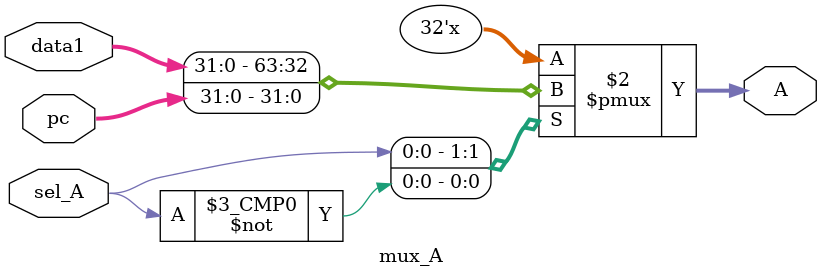
<source format=sv>
module mux_A(
    input logic [31:0] pc,
    input logic [31:0] data1,
    input logic sel_A,
    output logic [31:0] A
);
always_comb begin
    case (sel_A)
        1'b1: A = data1;
        1'b0: A = pc;
        default: A = 32'h00000000;
    endcase
    
end

endmodule
</source>
